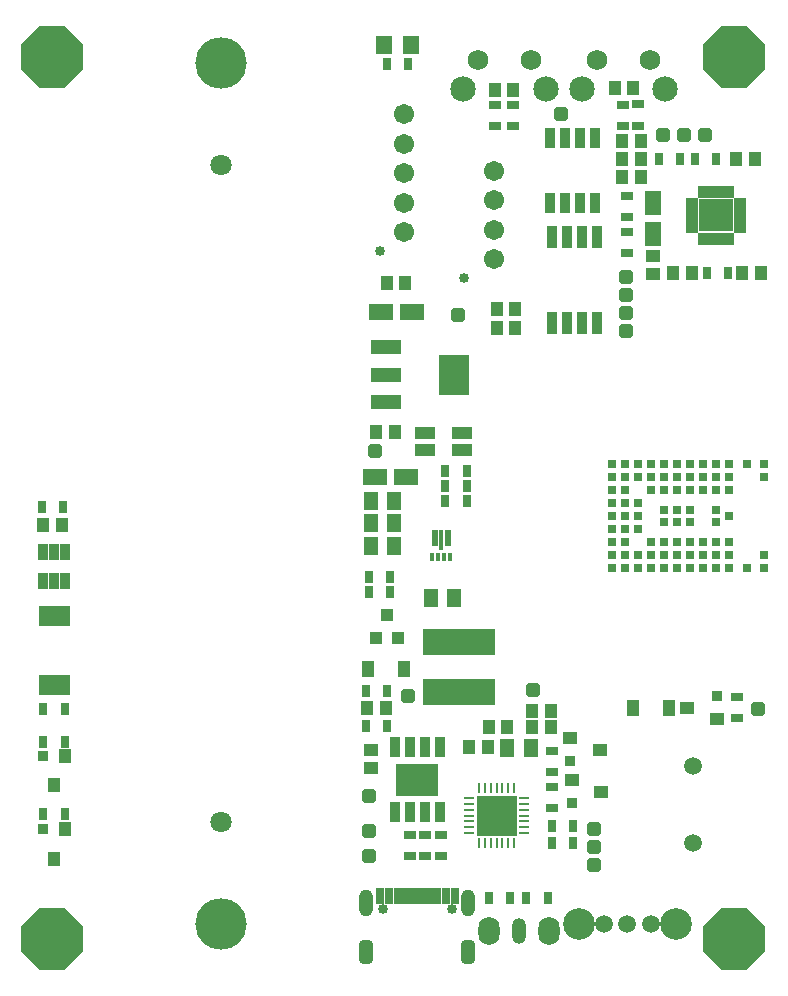
<source format=gts>
G04*
G04 #@! TF.GenerationSoftware,Altium Limited,Altium Designer,18.0.7 (293)*
G04*
G04 Layer_Color=8388736*
%FSTAX24Y24*%
%MOIN*%
G70*
G01*
G75*
%ADD38R,0.0374X0.0354*%
%ADD39R,0.0354X0.0374*%
%ADD53R,0.0380X0.0100*%
%ADD54R,0.0100X0.0380*%
%ADD61R,0.0513X0.0630*%
%ADD62R,0.2442X0.0867*%
%ADD63R,0.0789X0.0564*%
%ADD64R,0.0434X0.0474*%
%ADD65R,0.1025X0.0474*%
%ADD66R,0.1025X0.1379*%
%ADD67R,0.0434X0.0316*%
%ADD68R,0.0564X0.0789*%
G04:AMPARAMS|DCode=69|XSize=48mil|YSize=48mil|CornerRadius=14mil|HoleSize=0mil|Usage=FLASHONLY|Rotation=270.000|XOffset=0mil|YOffset=0mil|HoleType=Round|Shape=RoundedRectangle|*
%AMROUNDEDRECTD69*
21,1,0.0480,0.0200,0,0,270.0*
21,1,0.0200,0.0480,0,0,270.0*
1,1,0.0280,-0.0100,-0.0100*
1,1,0.0280,-0.0100,0.0100*
1,1,0.0280,0.0100,0.0100*
1,1,0.0280,0.0100,-0.0100*
%
%ADD69ROUNDEDRECTD69*%
%ADD70R,0.0316X0.0434*%
%ADD71R,0.1143X0.1104*%
%ADD72R,0.0218X0.0415*%
%ADD73R,0.0395X0.0218*%
%ADD74R,0.0474X0.0434*%
%ADD75R,0.0454X0.0434*%
%ADD76R,0.0434X0.0454*%
%ADD77R,0.0257X0.0661*%
%ADD78R,0.0336X0.0552*%
%ADD79R,0.0336X0.0680*%
%ADD80R,0.0580X0.0630*%
%ADD81R,0.0336X0.0730*%
%ADD82R,0.0178X0.0257*%
%ADD83R,0.0218X0.0533*%
%ADD84R,0.0159X0.0651*%
%ADD85R,0.0671X0.0434*%
%ADD86R,0.0395X0.0434*%
%ADD87R,0.0434X0.0552*%
%ADD88R,0.0434X0.0552*%
%ADD89R,0.1320X0.1320*%
G04:AMPARAMS|DCode=90|XSize=48mil|YSize=48mil|CornerRadius=14mil|HoleSize=0mil|Usage=FLASHONLY|Rotation=0.000|XOffset=0mil|YOffset=0mil|HoleType=Round|Shape=RoundedRectangle|*
%AMROUNDEDRECTD90*
21,1,0.0480,0.0200,0,0,0.0*
21,1,0.0200,0.0480,0,0,0.0*
1,1,0.0280,0.0100,-0.0100*
1,1,0.0280,-0.0100,-0.0100*
1,1,0.0280,-0.0100,0.0100*
1,1,0.0280,0.0100,0.0100*
%
%ADD90ROUNDEDRECTD90*%
%ADD91R,0.1419X0.1069*%
%ADD92R,0.0356X0.0680*%
%ADD93R,0.0198X0.0533*%
%ADD94R,0.0316X0.0533*%
%ADD95R,0.0316X0.0316*%
%ADD96C,0.0592*%
%ADD97C,0.0710*%
%ADD98C,0.1716*%
%ADD99C,0.0336*%
%ADD100C,0.0671*%
%ADD101C,0.0686*%
%ADD102C,0.0848*%
%ADD103O,0.0474X0.0907*%
G04:AMPARAMS|DCode=104|XSize=78.9mil|YSize=47.4mil|CornerRadius=13.8mil|HoleSize=0mil|Usage=FLASHONLY|Rotation=90.000|XOffset=0mil|YOffset=0mil|HoleType=Round|Shape=RoundedRectangle|*
%AMROUNDEDRECTD104*
21,1,0.0789,0.0197,0,0,90.0*
21,1,0.0512,0.0474,0,0,90.0*
1,1,0.0277,0.0098,0.0256*
1,1,0.0277,0.0098,-0.0256*
1,1,0.0277,-0.0098,-0.0256*
1,1,0.0277,-0.0098,0.0256*
%
%ADD104ROUNDEDRECTD104*%
%ADD105O,0.0710X0.0946*%
%ADD106O,0.0474X0.0867*%
%ADD107C,0.1058*%
%ADD108P,0.2217X8X292.5*%
%ADD109P,0.2217X8X202.5*%
D38*
X033592Y019524D02*
D03*
X028708Y017376D02*
D03*
X028758Y015976D02*
D03*
D39*
X011126Y015092D02*
D03*
Y017542D02*
D03*
D53*
X027165Y016141D02*
D03*
Y015944D02*
D03*
Y015747D02*
D03*
Y01555D02*
D03*
Y015353D02*
D03*
Y015156D02*
D03*
Y014959D02*
D03*
X025335D02*
D03*
Y015156D02*
D03*
Y015353D02*
D03*
Y01555D02*
D03*
Y015747D02*
D03*
Y015944D02*
D03*
Y016141D02*
D03*
D54*
X026841Y014635D02*
D03*
X026644D02*
D03*
X026447D02*
D03*
X02625D02*
D03*
X026053D02*
D03*
X025856D02*
D03*
X025659D02*
D03*
Y016465D02*
D03*
X025856D02*
D03*
X026053D02*
D03*
X02625D02*
D03*
X026447D02*
D03*
X026644D02*
D03*
X026841D02*
D03*
D61*
X024056Y0228D02*
D03*
X024844D02*
D03*
X022844Y026031D02*
D03*
X022056D02*
D03*
X022844Y025291D02*
D03*
X022056D02*
D03*
X022844Y02455D02*
D03*
X022056D02*
D03*
X0266Y0178D02*
D03*
X027387D02*
D03*
D62*
X025Y02135D02*
D03*
Y019657D02*
D03*
D63*
X022384Y03235D02*
D03*
X023416D02*
D03*
X023216Y02685D02*
D03*
X022184D02*
D03*
D64*
X023215Y0333D02*
D03*
X022585D02*
D03*
X030815Y0398D02*
D03*
X030185D02*
D03*
X031065Y03805D02*
D03*
X030435D02*
D03*
X031065Y03685D02*
D03*
X030435D02*
D03*
Y03745D02*
D03*
X031065D02*
D03*
X034235D02*
D03*
X034865D02*
D03*
X034435Y03365D02*
D03*
X035065D02*
D03*
X03275D02*
D03*
X03212D02*
D03*
X011765Y02525D02*
D03*
X011135D02*
D03*
X026815Y03975D02*
D03*
X026185D02*
D03*
X02688Y03245D02*
D03*
X02625D02*
D03*
X02688Y0318D02*
D03*
X02625D02*
D03*
X022235Y02835D02*
D03*
X022865D02*
D03*
X021935Y01915D02*
D03*
X022565D02*
D03*
X025335Y01785D02*
D03*
X025965D02*
D03*
X025985Y0185D02*
D03*
X026615D02*
D03*
X028065D02*
D03*
X027435D02*
D03*
X028065Y01905D02*
D03*
X027435D02*
D03*
D65*
X022558Y031156D02*
D03*
Y03025D02*
D03*
Y029344D02*
D03*
D66*
X024842Y03025D02*
D03*
D67*
X03045Y038535D02*
D03*
X03045Y03925D02*
D03*
X03095Y03855D02*
D03*
X03095Y039265D02*
D03*
X0306Y036215D02*
D03*
X0306Y0355D02*
D03*
X0306Y034285D02*
D03*
X0306Y035D02*
D03*
X03425Y018785D02*
D03*
X03425Y0195D02*
D03*
X0262Y038535D02*
D03*
X0262Y03925D02*
D03*
X0268Y038535D02*
D03*
X0268Y03925D02*
D03*
X0244Y014915D02*
D03*
X0244Y0142D02*
D03*
X023875Y014185D02*
D03*
X023875Y0149D02*
D03*
X02335Y014185D02*
D03*
X02335Y0149D02*
D03*
X0281Y016985D02*
D03*
X0281Y0177D02*
D03*
X0281Y015785D02*
D03*
X0281Y0165D02*
D03*
D68*
X03145Y034934D02*
D03*
Y035966D02*
D03*
D69*
X0332Y03825D02*
D03*
X0325D02*
D03*
X0318D02*
D03*
X03055Y0335D02*
D03*
Y0323D02*
D03*
Y0317D02*
D03*
Y0329D02*
D03*
X0284Y03895D02*
D03*
X02495Y03225D02*
D03*
X0222Y0277D02*
D03*
X0233Y01955D02*
D03*
X0295Y0139D02*
D03*
X022Y01505D02*
D03*
Y0142D02*
D03*
X02745Y01975D02*
D03*
D70*
X032365Y03745D02*
D03*
X03165Y03745D02*
D03*
X03285D02*
D03*
X033565Y03745D02*
D03*
X033965Y03365D02*
D03*
X03325Y03365D02*
D03*
X011135Y0156D02*
D03*
X01185Y0156D02*
D03*
X011135Y018D02*
D03*
X01185Y018D02*
D03*
X011135Y0191D02*
D03*
X01185Y0191D02*
D03*
X011815Y02585D02*
D03*
X0111Y02585D02*
D03*
X023315Y0406D02*
D03*
X0226Y0406D02*
D03*
X024535Y02655D02*
D03*
X02525Y02655D02*
D03*
X024535Y02605D02*
D03*
X02525Y02605D02*
D03*
X024535Y02705D02*
D03*
X02525Y02705D02*
D03*
X021985Y0235D02*
D03*
X0227Y0235D02*
D03*
X021985Y023D02*
D03*
X0227Y023D02*
D03*
X021885Y019716D02*
D03*
X0226Y019716D02*
D03*
X021885Y01855D02*
D03*
X0226Y01855D02*
D03*
X028085Y01465D02*
D03*
X0288Y01465D02*
D03*
X028085Y0152D02*
D03*
X0288Y0152D02*
D03*
X027235Y0128D02*
D03*
X02795Y0128D02*
D03*
X0267D02*
D03*
X025985Y0128D02*
D03*
D71*
X033563Y035558D02*
D03*
D72*
X03307Y036335D02*
D03*
X033267D02*
D03*
X033464D02*
D03*
X033661D02*
D03*
X033858D02*
D03*
X034055D02*
D03*
Y03478D02*
D03*
X033858D02*
D03*
X033661D02*
D03*
X033464D02*
D03*
X033267D02*
D03*
X03307D02*
D03*
D73*
X03435Y03605D02*
D03*
Y035853D02*
D03*
Y035656D02*
D03*
Y035459D02*
D03*
Y035263D02*
D03*
Y035066D02*
D03*
X032775D02*
D03*
Y035263D02*
D03*
Y035459D02*
D03*
Y035656D02*
D03*
Y035853D02*
D03*
Y03605D02*
D03*
D74*
X03145Y034215D02*
D03*
Y033585D02*
D03*
X02205Y01775D02*
D03*
Y01712D02*
D03*
D75*
X032608Y01915D02*
D03*
X033592Y018776D02*
D03*
X029692Y01775D02*
D03*
X028708Y018124D02*
D03*
X029742Y01635D02*
D03*
X028758Y016724D02*
D03*
D76*
X0115Y014108D02*
D03*
X011874Y015092D02*
D03*
Y017542D02*
D03*
X0115Y016558D02*
D03*
D77*
X011884Y022207D02*
D03*
X011628D02*
D03*
X011372D02*
D03*
X011116D02*
D03*
Y019893D02*
D03*
X011372D02*
D03*
X011628D02*
D03*
X011884D02*
D03*
D78*
X011126Y024342D02*
D03*
X0115D02*
D03*
X011874D02*
D03*
Y023358D02*
D03*
X0115D02*
D03*
X011126D02*
D03*
D79*
X028025Y038118D02*
D03*
X028525D02*
D03*
X029025D02*
D03*
X029525D02*
D03*
Y035982D02*
D03*
X029025D02*
D03*
X028525D02*
D03*
X028025D02*
D03*
D80*
X0225Y04125D02*
D03*
X0234D02*
D03*
D81*
X0281Y034817D02*
D03*
X0286D02*
D03*
X0291D02*
D03*
X0296D02*
D03*
Y031983D02*
D03*
X0291D02*
D03*
X0286D02*
D03*
X0281D02*
D03*
D82*
X024695Y024179D02*
D03*
X024498D02*
D03*
X024302D02*
D03*
X024105D02*
D03*
D83*
X024183Y024809D02*
D03*
X024617D02*
D03*
D84*
X0244Y02475D02*
D03*
D85*
X0251Y02775D02*
D03*
Y028307D02*
D03*
X02388Y02775D02*
D03*
Y028308D02*
D03*
D86*
X0226Y02225D02*
D03*
X022974Y021463D02*
D03*
X022226D02*
D03*
D87*
X02315Y02045D02*
D03*
X0308Y01915D02*
D03*
D88*
X02195Y02045D02*
D03*
X032Y01915D02*
D03*
D89*
X02625Y01555D02*
D03*
D90*
X0295Y0151D02*
D03*
Y0145D02*
D03*
X022Y0162D02*
D03*
X03495Y0191D02*
D03*
D91*
X0236Y01675D02*
D03*
D92*
X02435Y015682D02*
D03*
X02385D02*
D03*
X02335D02*
D03*
X02285D02*
D03*
Y017818D02*
D03*
X02335D02*
D03*
X02385D02*
D03*
X02435D02*
D03*
D93*
X022923Y012873D02*
D03*
X02312D02*
D03*
X023317D02*
D03*
X024301D02*
D03*
X024104D02*
D03*
X023907D02*
D03*
X023514D02*
D03*
X023711D02*
D03*
D94*
X024557D02*
D03*
X022667D02*
D03*
X024872D02*
D03*
X022352D02*
D03*
D95*
X032268Y025317D02*
D03*
X031835D02*
D03*
X032701D02*
D03*
X033567D02*
D03*
X032268Y02575D02*
D03*
X030102Y023802D02*
D03*
X030535D02*
D03*
X030968D02*
D03*
X031402D02*
D03*
X031835D02*
D03*
X032268D02*
D03*
X032701D02*
D03*
X033134D02*
D03*
X033567D02*
D03*
X034D02*
D03*
X034591D02*
D03*
X035181D02*
D03*
X030102Y024235D02*
D03*
X030535D02*
D03*
X030968D02*
D03*
X031402D02*
D03*
X031835D02*
D03*
X032268D02*
D03*
X032701D02*
D03*
X033134D02*
D03*
X033567D02*
D03*
X034D02*
D03*
X035181D02*
D03*
X030102Y024668D02*
D03*
X030535D02*
D03*
X031402D02*
D03*
X031835D02*
D03*
X032268D02*
D03*
X032701D02*
D03*
X033134D02*
D03*
X033567D02*
D03*
X034D02*
D03*
X030102Y025101D02*
D03*
X030535D02*
D03*
X030968D02*
D03*
X030102Y025534D02*
D03*
X030535D02*
D03*
X030968D02*
D03*
X031835Y02575D02*
D03*
X032701D02*
D03*
X034Y025534D02*
D03*
X030102Y025967D02*
D03*
X030535D02*
D03*
X030968D02*
D03*
X030102Y0264D02*
D03*
X030535D02*
D03*
X031402D02*
D03*
X031835D02*
D03*
X032268D02*
D03*
X032701D02*
D03*
X033134D02*
D03*
X033567D02*
D03*
X034D02*
D03*
X030102Y026833D02*
D03*
X030535D02*
D03*
X030968D02*
D03*
X031402D02*
D03*
X031835D02*
D03*
X032268D02*
D03*
X032701D02*
D03*
X033134D02*
D03*
X033567D02*
D03*
X034D02*
D03*
X035181D02*
D03*
X030102Y027266D02*
D03*
X030535D02*
D03*
X030968D02*
D03*
X031402D02*
D03*
X031835D02*
D03*
X032268D02*
D03*
X032701D02*
D03*
X033134D02*
D03*
X033567D02*
D03*
X034D02*
D03*
X034591D02*
D03*
X035181D02*
D03*
X033567Y02575D02*
D03*
D96*
X0328Y01465D02*
D03*
Y017209D02*
D03*
X0314Y01195D02*
D03*
X030613D02*
D03*
X029825D02*
D03*
D97*
X01705Y037244D02*
D03*
Y01535D02*
D03*
D98*
Y040647D02*
D03*
Y011946D02*
D03*
D99*
X022363Y034367D02*
D03*
X025166Y033467D02*
D03*
X022474Y01245D02*
D03*
X02475D02*
D03*
D100*
X02315Y038934D02*
D03*
Y03795D02*
D03*
Y036966D02*
D03*
Y035982D02*
D03*
Y034997D02*
D03*
X02615Y03705D02*
D03*
Y036066D02*
D03*
Y035082D02*
D03*
Y034097D02*
D03*
D101*
X031356Y04075D02*
D03*
X029584D02*
D03*
X0274D02*
D03*
X025628D02*
D03*
D102*
X03185Y03977D02*
D03*
X02909D02*
D03*
X027894D02*
D03*
X025134D02*
D03*
D103*
X025313Y012647D02*
D03*
X021911D02*
D03*
D104*
X025313Y011001D02*
D03*
X021911D02*
D03*
D105*
X026Y0117D02*
D03*
X028D02*
D03*
D106*
X027D02*
D03*
D107*
X032227Y01195D02*
D03*
X028998D02*
D03*
D108*
X034157Y04085D02*
D03*
X011433Y011433D02*
D03*
D109*
X034157D02*
D03*
X011433Y04085D02*
D03*
M02*

</source>
